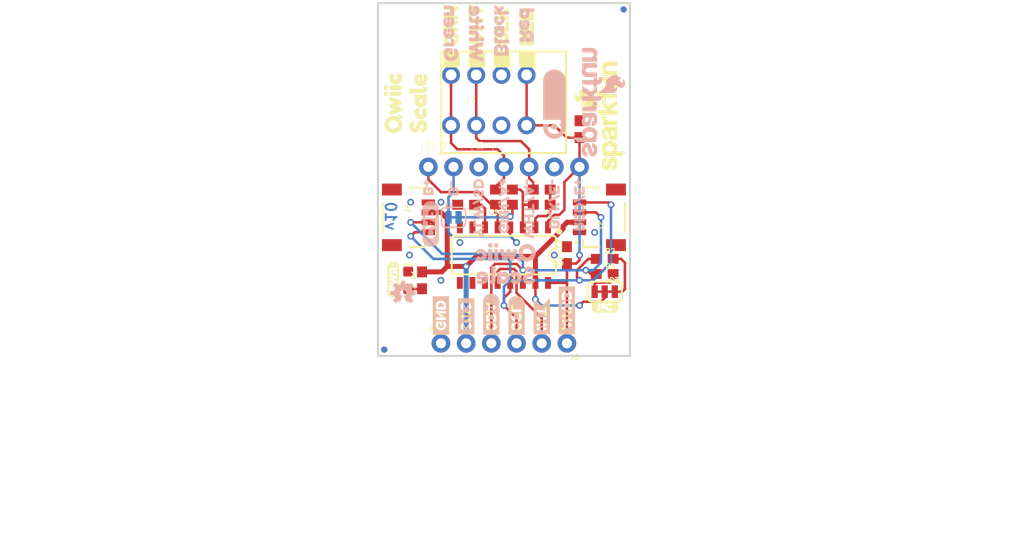
<source format=kicad_pcb>
(kicad_pcb (version 20211014) (generator pcbnew)
  (layers (0 "F.Cu" signal) (31 "B.Cu" signal) (34 "B.Paste" user) (35 "F.Paste" user) (36 "B.SilkS" user "B.Silkscreen") (37 "F.SilkS" user "F.Silkscreen") (38 "B.Mask" user) (39 "F.Mask" user) (44 "Edge.Cuts" user))
  (net 0 "")
  (net 1 "3.3V")
  (net 2 "GND")
  (net 3 "SCL")
  (net 4 "SDA")
  (net 5 "INT")
  (net 6 "N$10")
  (net 7 "B+")
  (net 8 "B-")
  (net 9 "VDDA")
  (net 10 "N$11")
  (net 11 "N$15")
  (net 12 "N$16")
  (net 13 "A-")
  (net 14 "A+")
  (net 15 "N$1")
  (net 16 "N$2")
  (net 17 "N$3")
  (footprint "boardEagle:SDA-[)" (layer "F.Cu") (at 147.2311 121.1326 90)
    (fp_text reference "U$1" hide)
    (fp_text value "" hide)
  )
  (footprint "boardEagle:0603" (layer "F.Cu") (at 158.6611 114.5286)
    (fp_text reference "R3" (at 0 -0.762) (layer "F.SilkS") (effects (font (size 0.512064 0.512064) (thickness 0.097536)) (justify left)))
    (fp_text value "2.2k")
    (pad "1" smd rect (at -0.85 0) (size 1.1 1) (layers "F.Cu" "F.Paste" "F.Mask") (net 4 "SDA"))
    (pad "2" smd rect (at 0.85 0) (size 1.1 1) (layers "F.Cu" "F.Paste" "F.Mask") (net 16 "N$2"))
  )
  (footprint "boardEagle:SCALE3" (layer "F.Cu") (at 139.8651 101.8286 90)
    (fp_text reference "U$24" hide)
    (fp_text value "" hide)
  )
  (footprint "boardEagle:0603" (layer "F.Cu") (at 140.2461 115.1636 90)
    (fp_text reference "R1" (at 0 -0.762 90) (layer "F.SilkS") (effects (font (size 0.512064 0.512064) (thickness 0.097536)) (justify left)))
    (fp_text value "1k")
    (pad "1" smd rect (at -0.85 0 90) (size 1.1 1) (layers "F.Cu" "F.Paste" "F.Mask") (net 6 "N$10"))
    (pad "2" smd rect (at 0.85 0 90) (size 1.1 1) (layers "F.Cu" "F.Paste" "F.Mask") (net 1 "3.3V"))
  )
  (footprint "boardEagle:I_SUPER2_C-()-03" (layer "F.Cu") (at 157.2641 117.8306)
    (fp_text reference "U$19" hide)
    (fp_text value "" hide)
  )
  (footprint "boardEagle:CREATIVE_COMMONS" (layer "F.Cu") (at 118.0211 140.5636)
    (fp_text reference "FRAME1" hide)
    (fp_text value "FRAME-LETTER" hide)
  )
  (footprint "boardEagle:0603" (layer "F.Cu") (at 152.3111 106.0196)
    (fp_text reference "R9" (at -0.889 -0.762) (layer "F.SilkS") (effects (font (size 0.367386 0.367386) (thickness 0.039014)) (justify left)))
    (fp_text value "47")
    (pad "1" smd rect (at -0.85 0) (size 1.1 1) (layers "F.Cu" "F.Paste" "F.Mask") (net 13 "A-"))
    (pad "2" smd rect (at 0.85 0) (size 1.1 1) (layers "F.Cu" "F.Paste" "F.Mask") (net 12 "N$16"))
  )
  (footprint "boardEagle:GND-04" (layer "F.Cu") (at 142.1511 121.1326 90)
    (fp_text reference "U$8" hide)
    (fp_text value "" hide)
  )
  (footprint "boardEagle:STAND-OFF" (layer "F.Cu") (at 138.3411 120.2436 90)
    (fp_text reference "JP31" hide)
    (fp_text value "STAND-OFF" hide)
    (pad "" np_thru_hole circle (at 0 0 90) (size 3.302 3.302) (drill 3.302) (layers *.Cu *.Mask))
  )
  (footprint "boardEagle:INT0" (layer "F.Cu") (at 152.3111 121.1326 90)
    (fp_text reference "U$21" hide)
    (fp_text value "" hide)
  )
  (footprint "boardEagle:1X04_SPRING_TERMINAL" (layer "F.Cu") (at 143.1671 97.0026)
    (fp_text reference "J7" (at 1.27 0) (layer "F.SilkS") (effects (font (size 0.705917 0.705917) (thickness 0.056083)) (justify left)))
    (fp_text value "Spring Terminal")
    (pad "1" thru_hole circle (at 7.62 -2.54 270) (size 1.8 1.8) (drill 1.1) (layers *.Cu *.Mask) (net 9 "VDDA"))
    (pad "2" thru_hole circle (at 5.08 -2.54 270) (size 1.8 1.8) (drill 1.1) (layers *.Cu *.Mask) (net 2 "GND"))
    (pad "3" thru_hole circle (at 2.54 -2.54 270) (size 1.8 1.8) (drill 1.1) (layers *.Cu *.Mask) (net 13 "A-"))
    (pad "4" thru_hole circle (at 0 -2.54 270) (size 1.8 1.8) (drill 1.1) (layers *.Cu *.Mask) (net 14 "A+"))
    (pad "5" thru_hole circle (at 7.62 2.54 270) (size 1.8 1.8) (drill 1.1) (layers *.Cu *.Mask) (net 9 "VDDA"))
    (pad "6" thru_hole circle (at 5.08 2.54 270) (size 1.8 1.8) (drill 1.1) (layers *.Cu *.Mask) (net 2 "GND"))
    (pad "7" thru_hole circle (at 2.54 2.54 270) (size 1.8 1.8) (drill 1.1) (layers *.Cu *.Mask) (net 13 "A-"))
    (pad "8" thru_hole circle (at 0 2.54 270) (size 1.8 1.8) (drill 1.1) (layers *.Cu *.Mask) (net 14 "A+"))
  )
  (footprint "boardEagle:1X02_NO_SILK" (layer "F.Cu") (at 140.8811 103.7336)
    (fp_text reference "JP2" (at -1.3462 -1.8288) (layer "F.SilkS") (effects (font (size 1.221232 1.221232) (thickness 0.048768)) (justify left)))
    (fp_text value "")
    (pad "1" thru_hole circle (at 0 0 90) (size 1.8796 1.8796) (drill 1.016) (layers *.Cu *.Mask) (net 7 "B+"))
    (pad "2" thru_hole circle (at 2.54 0 90) (size 1.8796 1.8796) (drill 1.016) (layers *.Cu *.Mask) (net 8 "B-"))
  )
  (footprint "boardEagle:RED0" (layer "F.Cu") (at 150.7871 92.8116 90)
    (fp_text reference "U$41" hide)
    (fp_text value "" hide)
  )
  (footprint "boardEagle:LED-0603" (layer "F.Cu") (at 138.8491 115.1636 90)
    (fp_text reference "D1" (at -0.6985 0.889) (layer "F.SilkS") (effects (font (size 0.367386 0.367386) (thickness 0.039014)) (justify right)))
    (fp_text value "RED")
    (pad "A" smd roundrect (at -0.877 0) (size 1 1) (layers "F.Cu" "F.Paste" "F.Mask") (roundrect_rratio 0.15) (net 6 "N$10"))
    (pad "C" smd roundrect (at 0.877 0) (size 1 1) (layers "F.Cu" "F.Paste" "F.Mask") (roundrect_rratio 0.15) (net 2 "GND"))
  )
  (footprint "boardEagle:GRN3" (layer "F.Cu") (at 143.1671 92.8116 90)
    (fp_text reference "U$40" hide)
    (fp_text value "" hide)
  )
  (footprint "boardEagle:3V3-04" (layer "F.Cu") (at 144.6911 121.1326 90)
    (fp_text reference "U$6" hide)
    (fp_text value "" hide)
  )
  (footprint "boardEagle:STAND-OFF" (layer "F.Cu") (at 138.3411 89.7636 90)
    (fp_text reference "JP41" hide)
    (fp_text value "STAND-OFF" hide)
    (pad "" np_thru_hole circle (at 0 0 90) (size 3.302 3.302) (drill 3.302) (layers *.Cu *.Mask))
  )
  (footprint "boardEagle:STAND-OFF" (layer "F.Cu") (at 158.6611 89.7636 90)
    (fp_text reference "JP101" hide)
    (fp_text value "STAND-OFF" hide)
    (pad "" np_thru_hole circle (at 0 0 90) (size 3.302 3.302) (drill 3.302) (layers *.Cu *.Mask))
  )
  (footprint "boardEagle:JST04_1MM_RA" (layer "F.Cu") (at 140.8811 108.8136 -90)
    (fp_text reference "J4" (at -1.397 2.159 90) (layer "F.SilkS") (effects (font (size 0.512064 0.512064) (thickness 0.097536)) (justify right)))
    (fp_text value "Qwiic Right Angle" hide)
    (pad "1" smd rect (at -1.5 0 270) (size 0.6 1.35) (layers "F.Cu" "F.Paste" "F.Mask") (net 2 "GND"))
    (pad "2" smd rect (at -0.5 0 270) (size 0.6 1.35) (layers "F.Cu" "F.Paste" "F.Mask") (net 1 "3.3V"))
    (pad "3" smd rect (at 0.5 0 270) (size 0.6 1.35) (layers "F.Cu" "F.Paste" "F.Mask") (net 4 "SDA"))
    (pad "4" smd rect (at 1.5 0 270) (size 0.6 1.35) (layers "F.Cu" "F.Paste" "F.Mask") (net 3 "SCL"))
    (pad "NC1" smd rect (at 2.8 3.675 270) (size 1.2 2) (layers "F.Cu" "F.Paste" "F.Mask"))
    (pad "NC2" smd rect (at -2.8 3.675 270) (size 1.2 2) (layers "F.Cu" "F.Paste" "F.Mask"))
  )
  (footprint "boardEagle:0603" (layer "F.Cu") (at 152.3111 107.5436 180)
    (fp_text reference "C8" (at -0.889 -0.762) (layer "F.SilkS") (effects (font (size 0.367386 0.367386) (thickness 0.039014)) (justify right)))
    (fp_text value "0.1uF")
    (pad "1" smd rect (at -0.85 0 180) (size 1.1 1) (layers "F.Cu" "F.Paste" "F.Mask") (net 12 "N$16"))
    (pad "2" smd rect (at 0.85 0 180) (size 1.1 1) (layers "F.Cu" "F.Paste" "F.Mask") (net 11 "N$15"))
  )
  (footprint "boardEagle:0603" (layer "F.Cu") (at 154.8511 112.6236 90)
    (fp_text reference "C12" (at 0 -0.762 90) (layer "F.SilkS") (effects (font (size 0.512064 0.512064) (thickness 0.097536)) (justify left)))
    (fp_text value "1.0uF")
    (pad "1" smd rect (at -0.85 0 90) (size 1.1 1) (layers "F.Cu" "F.Paste" "F.Mask") (net 9 "VDDA"))
    (pad "2" smd rect (at 0.85 0 90) (size 1.1 1) (layers "F.Cu" "F.Paste" "F.Mask") (net 2 "GND"))
  )
  (footprint "boardEagle:WHT2" (layer "F.Cu") (at 145.7071 93.3196 90)
    (fp_text reference "U$44" hide)
    (fp_text value "" hide)
  )
  (footprint "boardEagle:PWR-()-03" (layer "F.Cu") (at 137.3251 116.9416 90)
    (fp_text reference "U$18" hide)
    (fp_text value "" hide)
  )
  (footprint "boardEagle:SO16" (layer "F.Cu") (at 148.5011 112.6236 180)
    (fp_text reference "U1" (at -5.715 0 90) (layer "F.SilkS") (effects (font (size 0.512064 0.512064) (thickness 0.097536)) (justify right)))
    (fp_text value "NAU7802")
    (pad "1" smd rect (at -4.445 2.8 180) (size 0.6 1.2) (layers "F.Cu" "F.Paste" "F.Mask") (net 9 "VDDA"))
    (pad "2" smd rect (at -3.175 2.8 180) (size 0.6 1.2) (layers "F.Cu" "F.Paste" "F.Mask") (net 12 "N$16"))
    (pad "3" smd rect (at -1.905 2.8 180) (size 0.6 1.2) (layers "F.Cu" "F.Paste" "F.Mask") (net 11 "N$15"))
    (pad "4" smd rect (at -0.635 2.8 180) (size 0.6 1.2) (layers "F.Cu" "F.Paste" "F.Mask") (net 8 "B-"))
    (pad "5" smd rect (at 0.635 2.8 180) (size 0.6 1.2) (layers "F.Cu" "F.Paste" "F.Mask") (net 7 "B+"))
    (pad "6" smd rect (at 1.905 2.8 180) (size 0.6 1.2) (layers "F.Cu" "F.Paste" "F.Mask") (net 10 "N$11"))
    (pad "7" smd rect (at 3.175 2.8 180) (size 0.6 1.2) (layers "F.Cu" "F.Paste" "F.Mask") (net 2 "GND"))
    (pad "8" smd rect (at 4.445 2.8 180) (size 0.6 1.2) (layers "F.Cu" "F.Paste" "F.Mask") (net 2 "GND"))
    (pad "9" smd rect (at 4.445 -2.8 180) (size 0.6 1.2) (layers "F.Cu" "F.Paste" "F.Mask") (net 2 "GND"))
    (pad "10" smd rect (at 3.175 -2.8 180) (size 0.6 1.2) (layers "F.Cu" "F.Paste" "F.Mask"))
    (pad "11" smd rect (at 1.905 -2.8 180) (size 0.6 1.2) (layers "F.Cu" "F.Paste" "F.Mask"))
    (pad "12" smd rect (at 0.635 -2.8 180) (size 0.6 1.2) (layers "F.Cu" "F.Paste" "F.Mask") (net 5 "INT"))
    (pad "13" smd rect (at -0.635 -2.8 180) (size 0.6 1.2) (layers "F.Cu" "F.Paste" "F.Mask") (net 3 "SCL"))
    (pad "14" smd rect (at -1.905 -2.8 180) (size 0.6 1.2) (layers "F.Cu" "F.Paste" "F.Mask") (net 4 "SDA"))
    (pad "15" smd rect (at -3.175 -2.8 180) (size 0.6 1.2) (layers "F.Cu" "F.Paste" "F.Mask") (net 1 "3.3V"))
    (pad "16" smd rect (at -4.445 -2.8 180) (size 0.6 1.2) (layers "F.Cu" "F.Paste" "F.Mask") (net 9 "VDDA"))
  )
  (footprint "boardEagle:MICRO-FIDUCIAL" (layer "F.Cu") (at 160.5661 87.8586 90)
    (fp_text reference "JP21" hide)
    (fp_text value "FIDUCIALUFIDUCIAL" hide)
    (pad "1" smd roundrect (at 0 0 90) (size 0.635 0.635) (layers "F.Cu" "F.Mask") (roundrect_rratio 0.5))
  )
  (footprint "boardEagle:SCL-[)" (layer "F.Cu") (at 149.7711 121.1326 90)
    (fp_text reference "U$3" hide)
    (fp_text value "" hide)
  )
  (footprint "boardEagle:0603" (layer "F.Cu") (at 156.1211 99.9236 90)
    (fp_text reference "C9" (at -0.889 -0.762 90) (layer "F.SilkS") (effects (font (size 0.367386 0.367386) (thickness 0.039014)) (justify left)))
    (fp_text value "0.1uF")
    (pad "1" smd rect (at -0.85 0 90) (size 1.1 1) (layers "F.Cu" "F.Paste" "F.Mask") (net 9 "VDDA"))
    (pad "2" smd rect (at 0.85 0 90) (size 1.1 1) (layers "F.Cu" "F.Paste" "F.Mask") (net 2 "GND"))
  )
  (footprint "boardEagle:MICRO-FIDUCIAL" (layer "F.Cu") (at 136.4361 122.1486 90)
    (fp_text reference "JP61" hide)
    (fp_text value "FIDUCIALUFIDUCIAL" hide)
    (pad "1" smd roundrect (at 0 0 90) (size 0.635 0.635) (layers "F.Cu" "F.Mask") (roundrect_rratio 0.5))
  )
  (footprint "boardEagle:0603" (layer "F.Cu") (at 144.6911 107.5436 180)
    (fp_text reference "C10" (at -0.889 -0.762) (layer "F.SilkS") (effects (font (size 0.367386 0.367386) (thickness 0.039014)) (justify right)))
    (fp_text value "0.1uF")
    (pad "1" smd rect (at -0.85 0 180) (size 1.1 1) (layers "F.Cu" "F.Paste" "F.Mask") (net 10 "N$11"))
    (pad "2" smd rect (at 0.85 0 180) (size 1.1 1) (layers "F.Cu" "F.Paste" "F.Mask") (net 2 "GND"))
  )
  (footprint "boardEagle:0603" (layer "F.Cu") (at 148.5011 106.0196)
    (fp_text reference "R10" (at -0.889 -0.762) (layer "F.SilkS") (effects (font (size 0.367386 0.367386) (thickness 0.039014)) (justify left)))
    (fp_text value "47")
    (pad "1" smd rect (at -0.85 0) (size 1.1 1) (layers "F.Cu" "F.Paste" "F.Mask") (net 14 "A+"))
    (pad "2" smd rect (at 0.85 0) (size 1.1 1) (layers "F.Cu" "F.Paste" "F.Mask") (net 11 "N$15"))
  )
  (footprint "boardEagle:1X04_NO_SILK" (layer "F.Cu") (at 142.1511 121.5136)
    (fp_text reference "J3" (at -1.27 -1.397) (layer "F.SilkS") (effects (font (size 0.512064 0.512064) (thickness 0.097536)) (justify left)))
    (fp_text value "PTH" hide)
    (pad "1" thru_hole circle (at 0 0 90) (size 1.8796 1.8796) (drill 1.016) (layers *.Cu *.Mask) (net 2 "GND"))
    (pad "2" thru_hole circle (at 2.54 0 90) (size 1.8796 1.8796) (drill 1.016) (layers *.Cu *.Mask) (net 1 "3.3V"))
    (pad "3" thru_hole circle (at 5.08 0 90) (size 1.8796 1.8796) (drill 1.016) (layers *.Cu *.Mask) (net 4 "SDA"))
    (pad "4" thru_hole circle (at 7.62 0 90) (size 1.8796 1.8796) (drill 1.016) (layers *.Cu *.Mask) (net 3 "SCL"))
  )
  (footprint "boardEagle:QWIIC2" (layer "F.Cu") (at 137.3251 101.8286 90)
    (fp_text reference "U$22" hide)
    (fp_text value "" hide)
  )
  (footprint "boardEagle:BLK1" (layer "F.Cu") (at 148.2471 92.6846 90)
    (fp_text reference "U$38" hide)
    (fp_text value "" hide)
  )
  (footprint "boardEagle:AVDD4" (layer "F.Cu") (at 154.8511 121.1326 90)
    (fp_text reference "U$36" hide)
    (fp_text value "" hide)
  )
  (footprint "boardEagle:STAND-OFF" (layer "F.Cu") (at 158.6611 120.2436 90)
    (fp_text reference "JP91" hide)
    (fp_text value "STAND-OFF" hide)
    (pad "" np_thru_hole circle (at 0 0 90) (size 3.302 3.302) (drill 3.302) (layers *.Cu *.Mask))
  )
  (footprint "boardEagle:1X05_NO_SILK" (layer "F.Cu") (at 145.9611 103.7336)
    (fp_text reference "JP1" (at -1.3462 -1.8288) (layer "F.SilkS") (effects (font (size 1.221232 1.221232) (thickness 0.048768)) (justify left)))
    (fp_text value "")
    (pad "1" thru_hole circle (at 0 0 90) (size 1.8796 1.8796) (drill 1.016) (layers *.Cu *.Mask) (net 2 "GND"))
    (pad "2" thru_hole circle (at 2.54 0 90) (size 1.8796 1.8796) (drill 1.016) (layers *.Cu *.Mask) (net 14 "A+"))
    (pad "3" thru_hole circle (at 5.08 0 90) (size 1.8796 1.8796) (drill 1.016) (layers *.Cu *.Mask) (net 13 "A-"))
    (pad "4" thru_hole circle (at 7.62 0 90) (size 1.8796 1.8796) (drill 1.016) (layers *.Cu *.Mask) (net 2 "GND"))
    (pad "5" thru_hole circle (at 10.16 0 90) (size 1.8796 1.8796) (drill 1.016) (layers *.Cu *.Mask) (net 9 "VDDA"))
  )
  (footprint "boardEagle:0603" (layer "F.Cu") (at 158.6611 113.0046)
    (fp_text reference "R2" (at 0 -0.762) (layer "F.SilkS") (effects (font (size 0.512064 0.512064) (thickness 0.097536)) (justify left)))
    (fp_text value "2.2k")
    (pad "1" smd rect (at -0.85 0) (size 1.1 1) (layers "F.Cu" "F.Paste" "F.Mask") (net 3 "SCL"))
    (pad "2" smd rect (at 0.85 0) (size 1.1 1) (layers "F.Cu" "F.Paste" "F.Mask") (net 17 "N$3"))
  )
  (footprint "boardEagle:1X02_NO_SILK" (layer "F.Cu") (at 154.8511 121.5136 180)
    (fp_text reference "J5" (at -1.27 -1.397) (layer "F.SilkS") (effects (font (size 0.512064 0.512064) (thickness 0.097536)) (justify right)))
    (fp_text value "")
    (pad "1" thru_hole circle (at 0 0 270) (size 1.8796 1.8796) (drill 1.016) (layers *.Cu *.Mask) (net 9 "VDDA"))
    (pad "2" thru_hole circle (at 2.54 0 270) (size 1.8796 1.8796) (drill 1.016) (layers *.Cu *.Mask) (net 5 "INT"))
  )
  (footprint "boardEagle:JST04_1MM_RA" (layer "F.Cu") (at 156.1211 108.8136 90)
    (fp_text reference "J2" (at -1.397 2.159 90) (layer "F.SilkS") (effects (font (size 0.512064 0.512064) (thickness 0.097536)) (justify left)))
    (fp_text value "Qwiic Right Angle" hide)
    (pad "1" smd rect (at -1.5 0 90) (size 0.6 1.35) (layers "F.Cu" "F.Paste" "F.Mask") (net 2 "GND"))
    (pad "2" smd rect (at -0.5 0 90) (size 0.6 1.35) (layers "F.Cu" "F.Paste" "F.Mask") (net 1 "3.3V"))
    (pad "3" smd rect (at 0.5 0 90) (size 0.6 1.35) (layers "F.Cu" "F.Paste" "F.Mask") (net 4 "SDA"))
    (pad "4" smd rect (at 1.5 0 90) (size 0.6 1.35) (layers "F.Cu" "F.Paste" "F.Mask") (net 3 "SCL"))
    (pad "NC1" smd rect (at 2.8 3.675 90) (size 1.2 2) (layers "F.Cu" "F.Paste" "F.Mask"))
    (pad "NC2" smd rect (at -2.8 3.675 90) (size 1.2 2) (layers "F.Cu" "F.Paste" "F.Mask"))
  )
  (footprint "boardEagle:SMT-JUMPER_3_2-NC_TRACE_SILK" (layer "F.Cu") (at 158.6611 116.3066)
    (fp_text reference "JP3" (at 0 -1.143) (layer "F.SilkS") (effects (font (size 0.512064 0.512064) (thickness 0.097536)) (justify left)))
    (fp_text value "I2C")
    (fp_poly (pts (xy -0.7112 0.127) (xy -0.3048 0.127) (xy -0.3048 -0.127) (xy -0.7112 -0.127)) (layer "F.Cu") (width 0) (fill solid))
    (fp_poly (pts (xy 0.3048 0.127) (xy 0.7112 0.127) (xy 0.7112 -0.127) (xy 0.3048 -0.127)) (layer "F.Cu") (width 0) (fill solid))
    (pad "1" smd rect (at -1.016 0) (size 0.635 1.27) (layers "F.Cu" "F.Mask") (net 16 "N$2"))
    (pad "2" smd rect (at 0 0) (size 0.635 1.27) (layers "F.Cu" "F.Mask") (net 1 "3.3V"))
    (pad "3" smd rect (at 1.016 0) (size 0.635 1.27) (layers "F.Cu" "F.Mask") (net 17 "N$3"))
  )
  (footprint "boardEagle:0603" (layer "F.Cu") (at 148.5011 107.5436 180)
    (fp_text reference "C11" (at 0 -0.762) (layer "F.SilkS") (effects (font (size 0.512064 0.512064) (thickness 0.097536)) (justify right)))
    (fp_text value "330pF")
    (pad "1" smd rect (at -0.85 0 180) (size 1.1 1) (layers "F.Cu" "F.Paste" "F.Mask") (net 15 "N$1"))
    (pad "2" smd rect (at 0.85 0 180) (size 1.1 1) (layers "F.Cu" "F.Paste" "F.Mask") (net 7 "B+"))
  )
  (footprint "boardEagle:SFE_LOGO_NAME_FLAME_.1" (layer "F.Cu") (at 159.2961 98.5266 90)
    (fp_text reference "LOGO3" hide)
    (fp_text value "SFE_LOGO_NAME_FLAME.1_INCH" hide)
  )
  (footprint "boardEagle:CAP0" (layer "B.Cu") (at 141.1351 111.8616 90)
    (fp_text reference "U$20" hide)
    (fp_text value "" hide)
  )
  (footprint "boardEagle:GRN#A#4" (layer "B.Cu") (at 148.5011 111.3536 90)
    (fp_text reference "U$35" hide)
    (fp_text value "" hide)
  )
  (footprint "boardEagle:AVDD4" (layer "B.Cu") (at 154.8511 121.1326 90)
    (fp_text reference "U$45" hide)
    (fp_text value "" hide)
  )
  (footprint "boardEagle:GREEN7" (layer "B.Cu") (at 143.1671 94.3356 90)
    (fp_text reference "U$39" hide)
    (fp_text value "" hide)
  )
  (footprint "boardEagle:GND-04" (layer "B.Cu") (at 142.1511 121.1326 90)
    (fp_text reference "U$9" hide)
    (fp_text value "" hide)
  )
  (footprint "boardEagle:YLW#SD4" (layer "B.Cu") (at 145.9611 111.7346 90)
    (fp_text reference "U$11" hide)
    (fp_text value "" hide)
  )
  (footprint "boardEagle:WHT#A#3" (layer "B.Cu") (at 151.0411 111.8616 90)
    (fp_text reference "U$48" hide)
    (fp_text value "" hide)
  )
  (footprint "boardEagle:BLK#E#1" (layer "B.Cu") (at 153.5811 110.8456 90)
    (fp_text reference "U$34" hide)
    (fp_text value "" hide)
  )
  (footprint "boardEagle:OSHW-LOGO-MINI" (layer "B.Cu") (at 138.3411 116.4336 180)
    (fp_text reference "LOGO1" hide)
    (fp_text value "OSHW-LOGOMINI" hide)
  )
  (footprint "boardEagle:SDA-[)" (layer "B.Cu") (at 147.2311 121.1326 90)
    (fp_text reference "U$4" hide)
    (fp_text value "" hide)
  )
  (footprint "boardEagle:B#12" (layer "B.Cu") (at 140.8811 107.5436 90)
    (fp_text reference "U$13" hide)
    (fp_text value "" hide)
  )
  (footprint "boardEagle:3V3-04" (layer "B.Cu") (at 144.6911 121.1326 90)
    (fp_text reference "U$7" hide)
    (fp_text value "" hide)
  )
  (footprint "boardEagle:MICRO-FIDUCIAL" (layer "B.Cu") (at 136.4361 122.1486 -90)
    (fp_text reference "JP81" hide)
    (fp_text value "FIDUCIALUFIDUCIAL" hide)
    (pad "1" smd roundrect (at 0 0 270) (size 0.635 0.635) (layers "B.Cu" "B.Mask") (roundrect_rratio 0.5))
  )
  (footprint "boardEagle:INT0" (layer "B.Cu") (at 152.3111 121.1326 90)
    (fp_text reference "U$15" hide)
    (fp_text value "" hide)
  )
  (footprint "boardEagle:RED#E#2" (layer "B.Cu") (at 156.1211 111.0996 90)
    (fp_text reference "U$46" hide)
    (fp_text value "" hide)
  )
  (footprint "boardEagle:QWIIC_7MM" (layer "B.Cu") (at 153.5811 97.3836 90)
    (fp_text reference "U$16" hide)
    (fp_text value "QWIIC_LOGO_7MM" hide)
  )
  (footprint "boardEagle:SFE_LOGO_NAME_FLAME_.1" (layer "B.Cu") (at 157.0101 97.1296 90)
    (fp_text reference "LOGO2" hide)
    (fp_text value "SFE_LOGO_NAME_FLAME.1_INCH" hide)
  )
  (footprint "boardEagle:QWIIC2" (layer "B.Cu") (at 153.2001 112.3696 180)
    (fp_text reference "U$14" hide)
    (fp_text value "" hide)
  )
  (footprint "boardEagle:B#11" (layer "B.Cu") (at 143.4211 107.5436 90)
    (fp_text reference "U$12" hide)
    (fp_text value "" hide)
  )
  (footprint "boardEagle:BLACK5" (layer "B.Cu") (at 148.2471 93.8276 90)
    (fp_text reference "U$37" hide)
    (fp_text value "" hide)
  )
  (footprint "boardEagle:WHITE6" (layer "B.Cu") (at 145.7071 94.5896 90)
    (fp_text reference "U$43" hide)
    (fp_text value "" hide)
  )
  (footprint "boardEagle:SCALE3" (layer "B.Cu") (at 153.2001 114.6556 180)
    (fp_text reference "U$17" hide)
    (fp_text value "" hide)
  )
  (footprint "boardEagle:MICRO-FIDUCIAL" (layer "B.Cu") (at 160.5661 87.8586 -90)
    (fp_text reference "JP71" hide)
    (fp_text value "FIDUCIALUFIDUCIAL" hide)
    (pad "1" smd roundrect (at 0 0 270) (size 0.635 0.635) (layers "B.Cu" "B.Mask") (roundrect_rratio 0.5))
  )
  (footprint "boardEagle:SCL-[)" (layer "B.Cu") (at 149.7711 121.1326 90)
    (fp_text reference "U$5" hide)
    (fp_text value "" hide)
  )
  (footprint "boardEagle:RED4" (layer "B.Cu") (at 150.7871 92.4306 90)
    (fp_text reference "U$42" hide)
    (fp_text value "" hide)
  )
  (footprint "boardEagle:SMT-JUMPER_2_NC_TRACE_SILK" (layer "B.Cu") (at 143.4211 108.8136 180)
    (fp_text reference "J1" (at 0 1.143) (layer "B.SilkS") (effects (font (size 0.512064 0.512064) (thickness 0.097536)) (justify left mirror)))
    (fp_text value "CAP")
    (fp_poly (pts (xy -0.2032 -0.127) (xy 0.2032 -0.127) (xy 0.2032 0.127) (xy -0.2032 0.127)) (layer "B.Cu") (width 0) (fill solid))
    (pad "1" smd rect (at -0.508 0 180) (size 0.635 1.27) (layers "B.Cu" "B.Mask") (net 15 "N$1"))
    (pad "2" smd rect (at 0.508 0 180) (size 0.635 1.27) (layers "B.Cu" "B.Mask") (net 8 "B-"))
  )
  (gr_line (start 161.2011 122.7836) (end 135.8011 122.7836) (layer "Edge.Cuts") (width 0.2032))
  (gr_line (start 135.8011 122.7836) (end 135.8011 87.2236) (layer "Edge.Cuts") (width 0.2032))
  (gr_line (start 135.8011 87.2236) (end 161.2011 87.2236) (layer "Edge.Cuts") (width 0.2032))
  (gr_line (start 161.2011 87.2236) (end 161.2011 122.7836) (layer "Edge.Cuts") (width 0.2032))
  (gr_text "v10" (at 137.0711 108.6866 -90) (layer "B.Cu") (effects (font (size 1.0795 1.0795) (thickness 0.1905)) (justify mirror)))
  (segment (start 154.8591 109.3136) (end 154.4701 109.7026) (width 0.508) (layer "F.Cu") (net 1))
  (segment (start 154.4701 109.9566) (end 154.4701 109.7026) (width 0.508) (layer "F.Cu") (net 1))
  (segment (start 158.2801 117.3226) (end 156.5021 117.3226) (width 0.254) (layer "F.Cu") (net 1))
  (segment (start 142.7861 108.9406) (end 142.1591 108.3136) (width 0.508) (layer "F.Cu") (net 1))
  (segment (start 151.6761 112.7506) (end 151.6761 115.4236) (width 0.508) (layer "F.Cu") (net 1))
  (segment (start 144.6911 113.7666) (end 145.7071 112.7506) (width 0.508) (layer "F.Cu") (net 1))
  (segment (start 156.1211 117.7036) (end 156.5021 117.3226) (width 0.254) (layer "F.Cu") (net 1))
  (segment (start 145.7071 112.7506) (end 151.6761 112.7506) (width 0.508) (layer "F.Cu") (net 1))
  (segment (start 158.6611 116.3066) (end 158.6611 116.9416) (width 0.254) (layer "F.Cu") (net 1))
  (segment (start 142.2391 114.3136) (end 142.7861 113.7666) (width 0.508) (layer "F.Cu") (net 1))
  (segment (start 144.6911 113.7666) (end 142.7861 113.7666) (width 0.508) (layer "F.Cu") (net 1))
  (segment (start 142.7861 113.7666) (end 142.7861 108.9406) (width 0.508) (layer "F.Cu") (net 1))
  (segment (start 151.6761 112.7506) (end 154.4701 109.9566) (width 0.508) (layer "F.Cu") (net 1))
  (segment (start 140.2461 114.3136) (end 142.2391 114.3136) (width 0.508) (layer "F.Cu") (net 1))
  (segment (start 156.1211 109.3136) (end 154.8591 109.3136) (width 0.508) (layer "F.Cu") (net 1))
  (segment (start 151.6761 117.0686) (end 151.6761 115.4236) (width 0.254) (layer "F.Cu") (net 1))
  (segment (start 142.1591 108.3136) (end 140.8811 108.3136) (width 0.508) (layer "F.Cu") (net 1))
  (segment (start 158.6611 116.9416) (end 158.2801 117.3226) (width 0.254) (layer "F.Cu") (net 1))
  (via (at 144.6911 113.7666) (size 0.6858) (drill 0.381) (layers "F.Cu" "B.Cu") (net 1))
  (via (at 151.6761 117.0686) (size 0.6858) (drill 0.381) (layers "F.Cu" "B.Cu") (net 1))
  (via (at 156.1211 117.7036) (size 0.6858) (drill 0.381) (layers "F.Cu" "B.Cu") (net 1))
  (segment (start 156.1211 117.7036) (end 152.3111 117.7036) (width 0.254) (layer "B.Cu") (net 1))
  (segment (start 152.3111 117.7036) (end 151.6761 117.0686) (width 0.254) (layer "B.Cu") (net 1))
  (segment (start 144.6911 113.7666) (end 144.6911 121.5136) (width 0.508) (layer "B.Cu") (net 1))
  (via (at 139.1031 107.2896) (size 0.6858) (drill 0.381) (layers "F.Cu" "B.Cu") (net 2))
  (via (at 144.0561 111.3536) (size 0.6858) (drill 0.381) (layers "F.Cu" "B.Cu") (net 2))
  (via (at 142.1511 107.2896) (size 0.6858) (drill 0.381) (layers "F.Cu" "B.Cu") (net 2))
  (via (at 138.9761 112.6236) (size 0.6858) (drill 0.381) (layers "F.Cu" "B.Cu") (net 2))
  (via (at 153.5811 112.6236) (size 0.6858) (drill 0.381) (layers "F.Cu" "B.Cu") (net 2))
  (via (at 157.6451 110.3376) (size 0.6858) (drill 0.381) (layers "F.Cu" "B.Cu") (net 2))
  (via (at 142.1511 115.1636) (size 0.6858) (drill 0.381) (layers "F.Cu" "B.Cu") (net 2))
  (segment (start 159.0661 107.3136) (end 159.2961 107.5436) (width 0.254) (layer "F.Cu") (net 3))
  (segment (start 155.8671 114.9096) (end 156.1211 115.1636) (width 0.254) (layer "F.Cu") (net 3))
  (segment (start 139.5081 110.3136) (end 139.1031 110.7186) (width 0.254) (layer "F.Cu") (net 3))
  (segment (start 140.8811 110.3136) (end 139.5081 110.3136) (width 0.254) (layer "F.Cu") (net 3))
  (segment (start 149.1361 116.3126) (end 148.5011 116.9476) (width 0.254) (layer "F.Cu") (net 3))
  (segment (start 148.5011 117.7036) (end 149.7711 118.9736) (width 0.254) (layer "F.Cu") (net 3))
  (segment (start 156.1211 107.3136) (end 159.0661 107.3136) (width 0.254) (layer "F.Cu") (net 3))
  (segment (start 157.0101 113.0046) (end 155.8671 114.1476) (width 0.254) (layer "F.Cu") (net 3))
  (segment (start 155.8671 114.1476) (end 155.8671 114.9096) (width 0.254) (layer "F.Cu") (net 3))
  (segment (start 149.7711 118.9736) (end 149.7711 121.5136) (width 0.254) (layer "F.Cu") (net 3))
  (segment (start 148.5011 116.9476) (end 148.5011 117.7036) (width 0.254) (layer "F.Cu") (net 3))
  (segment (start 157.8111 113.0046) (end 157.0101 113.0046) (width 0.254) (layer "F.Cu") (net 3))
  (segment (start 149.1361 115.4236) (end 149.1361 116.3126) (width 0.254) (layer "F.Cu") (net 3))
  (via (at 159.2961 107.5436) (size 0.6858) (drill 0.381) (layers "F.Cu" "B.Cu") (net 3))
  (via (at 139.1031 110.7186) (size 0.6858) (drill 0.381) (layers "F.Cu" "B.Cu") (net 3))
  (via (at 156.1211 115.1636) (size 0.6858) (drill 0.381) (layers "F.Cu" "B.Cu") (net 3))
  (via (at 148.5011 117.7036) (size 0.6858) (drill 0.381) (layers "F.Cu" "B.Cu") (net 3))
  (segment (start 159.2961 113.3856) (end 157.5181 115.1636) (width 0.254) (layer "B.Cu") (net 3))
  (segment (start 149.1361 115.1636) (end 148.5011 115.7986) (width 0.254) (layer "B.Cu") (net 3))
  (segment (start 156.1211 115.1636) (end 149.1361 115.1636) (width 0.254) (layer "B.Cu") (net 3))
  (segment (start 157.5181 115.1636) (end 156.1211 115.1636) (width 0.254) (layer "B.Cu") (net 3))
  (segment (start 148.8821 113.0046) (end 141.3891 113.0046) (width 0.254) (layer "B.Cu") (net 3))
  (segment (start 148.5011 115.7986) (end 148.5011 117.7036) (width 0.254) (layer "B.Cu") (net 3))
  (segment (start 139.1031 110.7186) (end 141.3891 113.0046) (width 0.254) (layer "B.Cu") (net 3))
  (segment (start 159.2961 107.5436) (end 159.2961 113.3856) (width 0.254) (layer "B.Cu") (net 3))
  (segment (start 149.1361 113.2586) (end 149.1361 115.1636) (width 0.254) (layer "B.Cu") (net 3))
  (segment (start 148.8821 113.0046) (end 149.1361 113.2586) (width 0.254) (layer "B.Cu") (net 3))
  (segment (start 149.7711 113.5126) (end 147.6121 113.5126) (width 0.254) (layer "F.Cu") (net 4))
  (segment (start 156.1211 108.3136) (end 157.7801 108.3136) (width 0.254) (layer "F.Cu") (net 4))
  (segment (start 157.8111 114.5286) (end 157.2641 114.5286) (width 0.254) (layer "F.Cu") (net 4))
  (segment (start 147.2311 113.8936) (end 147.2311 121.5136) (width 0.254) (layer "F.Cu") (net 4))
  (segment (start 140.8811 109.3136) (end 139.1111 109.3136) (width 0.254) (layer "F.Cu") (net 4))
  (segment (start 147.6121 113.5126) (end 147.2311 113.8936) (width 0.254) (layer "F.Cu") (net 4))
  (segment (start 156.8831 114.1476) (end 156.7561 114.1476) (width 0.254) (layer "F.Cu") (net 4))
  (segment (start 150.4061 115.4236) (end 150.4061 114.1476) (width 0.254) (layer "F.Cu") (net 4))
  (segment (start 139.1111 109.3136) (end 139.1031 109.3216) (width 0.254) (layer "F.Cu") (net 4))
  (segment (start 150.4061 114.1476) (end 149.7711 113.5126) (width 0.254) (layer "F.Cu") (net 4))
  (segment (start 157.7801 108.3136) (end 158.2801 108.8136) (width 0.254) (layer "F.Cu") (net 4))
  (segment (start 157.2641 114.5286) (end 156.8831 114.1476) (width 0.254) (layer "F.Cu") (net 4))
  (via (at 156.7561 114.1476) (size 0.6858) (drill 0.381) (layers "F.Cu" "B.Cu") (net 4))
  (via (at 150.4061 114.1476) (size 0.6858) (drill 0.381) (layers "F.Cu" "B.Cu") (net 4))
  (via (at 139.1031 109.3216) (size 0.6858) (drill 0.381) (layers "F.Cu" "B.Cu") (net 4))
  (via (at 158.2801 108.8136) (size 0.6858) (drill 0.381) (layers "F.Cu" "B.Cu") (net 4))
  (segment (start 150.4061 113.2586) (end 150.4061 114.1476) (width 0.254) (layer "B.Cu") (net 4))
  (segment (start 158.2801 113.3856) (end 157.5181 114.1476) (width 0.254) (layer "B.Cu") (net 4))
  (segment (start 149.6441 112.4966) (end 150.4061 113.2586) (width 0.254) (layer "B.Cu") (net 4))
  (segment (start 158.2801 108.8136) (end 158.2801 113.3856) (width 0.254) (layer "B.Cu") (net 4))
  (segment (start 157.5181 114.1476) (end 156.7561 114.1476) (width 0.254) (layer "B.Cu") (net 4))
  (segment (start 156.7561 114.1476) (end 150.4061 114.1476) (width 0.254) (layer "B.Cu") (net 4))
  (segment (start 139.1031 109.3216) (end 142.2781 112.4966) (width 0.254) (layer "B.Cu") (net 4))
  (segment (start 149.6441 112.4966) (end 142.2781 112.4966) (width 0.254) (layer "B.Cu") (net 4))
  (segment (start 152.3111 118.9736) (end 152.3111 121.5136) (width 0.254) (layer "F.Cu") (net 5))
  (segment (start 147.8661 115.4236) (end 147.8661 114.2746) (width 0.254) (layer "F.Cu") (net 5))
  (segment (start 149.5171 114.0206) (end 149.7711 114.2746) (width 0.254) (layer "F.Cu") (net 5))
  (segment (start 147.8661 114.2746) (end 148.1201 114.0206) (width 0.254) (layer "F.Cu") (net 5))
  (segment (start 148.1201 114.0206) (end 149.5171 114.0206) (width 0.254) (layer "F.Cu") (net 5))
  (segment (start 149.7711 114.2746) (end 149.7711 116.4336) (width 0.254) (layer "F.Cu") (net 5))
  (segment (start 149.7711 116.4336) (end 152.3111 118.9736) (width 0.254) (layer "F.Cu") (net 5))
  (segment (start 140.2191 116.0406) (end 140.2461 116.0136) (width 0.254) (layer "F.Cu") (net 6))
  (segment (start 138.8491 116.0406) (end 140.2191 116.0406) (width 0.254) (layer "F.Cu") (net 6))
  (segment (start 147.8661 109.8236) (end 147.8661 108.5596) (width 0.254) (layer "F.Cu") (net 7))
  (segment (start 140.8811 103.7336) (end 140.8811 105.0036) (width 0.254) (layer "F.Cu") (net 7))
  (segment (start 145.9611 106.2736) (end 142.1511 106.2736) (width 0.254) (layer "F.Cu") (net 7))
  (segment (start 147.6511 108.3446) (end 147.6511 107.5436) (width 0.254) (layer "F.Cu") (net 7))
  (segment (start 147.8661 108.5596) (end 147.6511 108.3446) (width 0.254) (layer "F.Cu") (net 7))
  (segment (start 147.6511 107.5436) (end 147.2311 107.5436) (width 0.254) (layer "F.Cu") (net 7))
  (segment (start 147.2311 107.5436) (end 145.9611 106.2736) (width 0.254) (layer "F.Cu") (net 7))
  (segment (start 140.8811 105.0036) (end 142.1511 106.2736) (width 0.254) (layer "F.Cu") (net 7))
  (segment (start 149.1361 109.8236) (end 149.1361 110.7186) (width 0.254) (layer "F.Cu") (net 8))
  (segment (start 149.1361 110.7186) (end 149.7711 111.3536) (width 0.254) (layer "F.Cu") (net 8))
  (via (at 149.7711 111.3536) (size 0.6858) (drill 0.381) (layers "F.Cu" "B.Cu") (net 8))
  (segment (start 149.1361 110.7186) (end 143.2941 110.7186) (width 0.254) (layer "B.Cu") (net 8))
  (segment (start 143.4211 106.2736) (end 142.9131 106.7816) (width 0.254) (layer "B.Cu") (net 8))
  (segment (start 142.9131 110.3376) (end 142.9131 108.8136) (width 0.254) (layer "B.Cu") (net 8))
  (segment (start 143.4211 103.7336) (end 143.4211 106.2736) (width 0.254) (layer "B.Cu") (net 8))
  (segment (start 143.2941 110.7186) (end 142.9131 110.3376) (width 0.254) (layer "B.Cu") (net 8))
  (segment (start 149.7711 111.3536) (end 149.1361 110.7186) (width 0.254) (layer "B.Cu") (net 8))
  (segment (start 142.9131 108.8136) (end 142.9131 106.7816) (width 0.254) (layer "B.Cu") (net 8))
  (segment (start 154.5971 108.0516) (end 154.5971 105.2576) (width 0.254) (layer "F.Cu") (net 9))
  (segment (start 154.8511 113.4736) (end 155.7791 113.4736) (width 0.254) (layer "F.Cu") (net 9))
  (segment (start 154.8511 115.4176) (end 154.8511 113.4736) (width 0.254) (layer "F.Cu") (net 9))
  (segment (start 153.5811 115.4236) (end 153.5871 115.4176) (width 0.254) (layer "F.Cu") (net 9))
  (segment (start 155.7791 113.4736) (end 156.1211 113.1316) (width 0.254) (layer "F.Cu") (net 9))
  (segment (start 150.7871 99.5426) (end 150.7871 94.4626) (width 0.254) (layer "F.Cu") (net 9))
  (segment (start 150.7871 99.5426) (end 153.5811 99.5426) (width 0.254) (layer "F.Cu") (net 9))
  (segment (start 156.1211 103.7336) (end 156.1211 100.7736) (width 0.254) (layer "F.Cu") (net 9))
  (segment (start 154.8121 100.7736) (end 156.1211 100.7736) (width 0.254) (layer "F.Cu") (net 9))
  (segment (start 154.8511 121.5136) (end 154.8511 115.4176) (width 0.254) (layer "F.Cu") (net 9))
  (segment (start 154.5971 105.2576) (end 156.1211 103.7336) (width 0.254) (layer "F.Cu") (net 9))
  (segment (start 153.5811 108.5596) (end 154.0891 108.5596) (width 0.254) (layer "F.Cu") (net 9))
  (segment (start 152.9461 109.8236) (end 152.9461 109.1946) (width 0.254) (layer "F.Cu") (net 9))
  (segment (start 152.9461 115.4236) (end 153.5811 115.4236) (width 0.254) (layer "F.Cu") (net 9))
  (segment (start 152.9461 109.1946) (end 153.5811 108.5596) (width 0.254) (layer "F.Cu") (net 9))
  (segment (start 154.0891 108.5596) (end 154.5971 108.0516) (width 0.254) (layer "F.Cu") (net 9))
  (segment (start 156.1211 113.1316) (end 156.1211 112.6236) (width 0.254) (layer "F.Cu") (net 9))
  (segment (start 153.5811 99.5426) (end 154.8121 100.7736) (width 0.254) (layer "F.Cu") (net 9))
  (segment (start 153.5871 115.4176) (end 154.8511 115.4176) (width 0.254) (layer "F.Cu") (net 9))
  (via (at 156.1211 112.6236) (size 0.6858) (drill 0.381) (layers "F.Cu" "B.Cu") (net 9))
  (segment (start 156.1211 112.6236) (end 156.1211 103.7336) (width 0.254) (layer "B.Cu") (net 9))
  (segment (start 146.5961 109.8236) (end 146.5961 107.9246) (width 0.254) (layer "F.Cu") (net 10))
  (segment (start 146.5961 107.9246) (end 146.2151 107.5436) (width 0.254) (layer "F.Cu") (net 10))
  (segment (start 146.2151 107.5436) (end 145.5411 107.5436) (width 0.254) (layer "F.Cu") (net 10))
  (segment (start 151.4611 107.5436) (end 150.4061 107.5436) (width 0.254) (layer "F.Cu") (net 11))
  (segment (start 150.4061 107.5436) (end 150.4061 106.2736) (width 0.254) (layer "F.Cu") (net 11))
  (segment (start 150.1521 106.0196) (end 149.3511 106.0196) (width 0.254) (layer "F.Cu") (net 11))
  (segment (start 150.4061 109.8236) (end 150.4061 107.5436) (width 0.254) (layer "F.Cu") (net 11))
  (segment (start 150.4061 106.2736) (end 150.1521 106.0196) (width 0.254) (layer "F.Cu") (net 11))
  (segment (start 151.6761 108.9406) (end 151.9301 108.6866) (width 0.254) (layer "F.Cu") (net 12))
  (segment (start 151.6761 109.8236) (end 151.6761 108.9406) (width 0.254) (layer "F.Cu") (net 12))
  (segment (start 153.1611 106.0196) (end 153.1611 107.5436) (width 0.254) (layer "F.Cu") (net 12))
  (segment (start 151.9301 108.6866) (end 152.8191 108.6866) (width 0.254) (layer "F.Cu") (net 12))
  (segment (start 153.1611 108.3446) (end 153.1611 107.5436) (width 0.254) (layer "F.Cu") (net 12))
  (segment (start 152.8191 108.6866) (end 153.1611 108.3446) (width 0.254) (layer "F.Cu") (net 12))
  (segment (start 151.4611 106.0196) (end 151.4611 105.2966) (width 0.254) (layer "F.Cu") (net 13))
  (segment (start 145.7071 99.5426) (end 145.7071 100.8126) (width 0.254) (layer "F.Cu") (net 13))
  (segment (start 151.4611 105.2966) (end 151.0411 104.8766) (width 0.254) (layer "F.Cu") (net 13))
  (segment (start 150.2156 101.1301) (end 151.0411 101.9556) (width 0.254) (layer "F.Cu") (net 13))
  (segment (start 145.7071 100.8126) (end 146.0246 101.1301) (width 0.254) (layer "F.Cu") (net 13))
  (segment (start 151.0411 101.9556) (end 151.0411 103.7336) (width 0.254) (layer "F.Cu") (net 13))
  (segment (start 145.7071 94.4626) (end 145.7071 99.5426) (width 0.254) (layer "F.Cu") (net 13))
  (segment (start 146.0246 101.1301) (end 150.2156 101.1301) (width 0.254) (layer "F.Cu") (net 13))
  (segment (start 151.0411 104.8766) (end 151.0411 103.7336) (width 0.254) (layer "F.Cu") (net 13))
  (segment (start 148.5011 102.5906) (end 148.5011 103.7336) (width 0.254) (layer "F.Cu") (net 14))
  (segment (start 148.5011 104.8766) (end 148.5011 103.7336) (width 0.254) (layer "F.Cu") (net 14))
  (segment (start 143.1671 99.5426) (end 143.1671 94.4626) (width 0.254) (layer "F.Cu") (net 14))
  (segment (start 143.8021 101.9556) (end 147.8661 101.9556) (width 0.254) (layer "F.Cu") (net 14))
  (segment (start 143.1671 101.3206) (end 143.8021 101.9556) (width 0.254) (layer "F.Cu") (net 14))
  (segment (start 147.8661 101.9556) (end 148.5011 102.5906) (width 0.254) (layer "F.Cu") (net 14))
  (segment (start 147.6511 105.7266) (end 148.5011 104.8766) (width 0.254) (layer "F.Cu") (net 14))
  (segment (start 147.6511 106.0196) (end 147.6511 105.7266) (width 0.254) (layer "F.Cu") (net 14))
  (segment (start 143.1671 101.3206) (end 143.1671 99.5426) (width 0.254) (layer "F.Cu") (net 14))
  (segment (start 149.3511 108.5133) (end 149.1361 108.7283) (width 0.254) (layer "F.Cu") (net 15))
  (segment (start 149.3511 107.5436) (end 149.3511 108.5133) (width 0.254) (layer "F.Cu") (net 15))
  (via (at 149.1361 108.7283) (size 0.6858) (drill 0.381) (layers "F.Cu" "B.Cu") (net 15))
  (segment (start 149.0508 108.8136) (end 149.1361 108.7283) (width 0.254) (layer "B.Cu") (net 15))
  (segment (start 143.9291 108.8136) (end 149.0508 108.8136) (width 0.254) (layer "B.Cu") (net 15))
  (segment (start 157.7975 115.3922) (end 159.1945 115.3922) (width 0.254) (layer "F.Cu") (net 16))
  (segment (start 159.1945 115.3922) (end 159.5111 115.0756) (width 0.254) (layer "F.Cu") (net 16))
  (segment (start 157.6451 116.3066) (end 157.6451 115.5446) (width 0.254) (layer "F.Cu") (net 16))
  (segment (start 157.6451 115.5446) (end 157.7975 115.3922) (width 0.254) (layer "F.Cu") (net 16))
  (segment (start 159.5111 115.0756) (end 159.5111 114.5286) (width 0.254) (layer "F.Cu") (net 16))
  (segment (start 160.6931 113.3856) (end 160.3121 113.0046) (width 0.254) (layer "F.Cu") (net 17))
  (segment (start 160.4391 116.3066) (end 160.6931 116.0526) (width 0.254) (layer "F.Cu") (net 17))
  (segment (start 160.6931 116.0526) (end 160.6931 113.3856) (width 0.254) (layer "F.Cu") (net 17))
  (segment (start 160.3121 113.0046) (end 159.5111 113.0046) (width 0.254) (layer "F.Cu") (net 17))
  (segment (start 159.6771 116.3066) (end 160.4391 116.3066) (width 0.254) (layer "F.Cu") (net 17))
)
</source>
